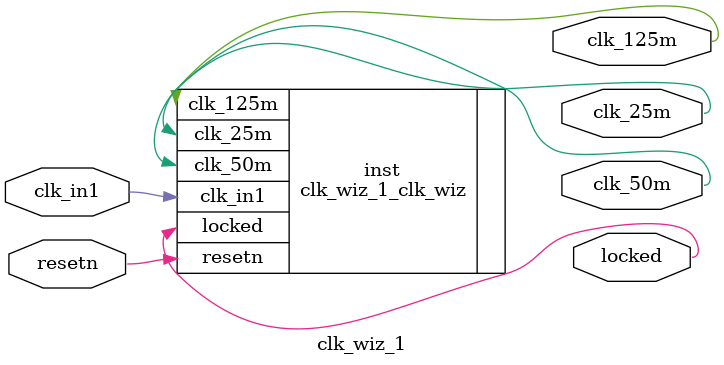
<source format=v>


`timescale 1ps/1ps

(* CORE_GENERATION_INFO = "clk_wiz_1,clk_wiz_v6_0_4_0_0,{component_name=clk_wiz_1,use_phase_alignment=true,use_min_o_jitter=false,use_max_i_jitter=false,use_dyn_phase_shift=false,use_inclk_switchover=false,use_dyn_reconfig=false,enable_axi=0,feedback_source=FDBK_AUTO,PRIMITIVE=PLL,num_out_clk=3,clkin1_period=20.000,clkin2_period=10.0,use_power_down=false,use_reset=true,use_locked=true,use_inclk_stopped=false,feedback_type=SINGLE,CLOCK_MGR_TYPE=NA,manual_override=false}" *)

module clk_wiz_1 
 (
  // Clock out ports
  output        clk_50m,
  output        clk_125m,
  output        clk_25m,
  // Status and control signals
  input         resetn,
  output        locked,
 // Clock in ports
  input         clk_in1
 );

  clk_wiz_1_clk_wiz inst
  (
  // Clock out ports  
  .clk_50m(clk_50m),
  .clk_125m(clk_125m),
  .clk_25m(clk_25m),
  // Status and control signals               
  .resetn(resetn), 
  .locked(locked),
 // Clock in ports
  .clk_in1(clk_in1)
  );

endmodule

</source>
